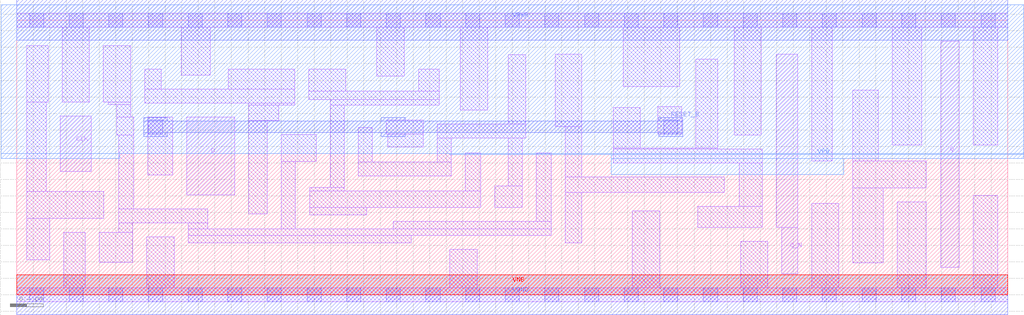
<source format=lef>
# Copyright 2020 The SkyWater PDK Authors
#
# Licensed under the Apache License, Version 2.0 (the "License");
# you may not use this file except in compliance with the License.
# You may obtain a copy of the License at
#
#     https://www.apache.org/licenses/LICENSE-2.0
#
# Unless required by applicable law or agreed to in writing, software
# distributed under the License is distributed on an "AS IS" BASIS,
# WITHOUT WARRANTIES OR CONDITIONS OF ANY KIND, either express or implied.
# See the License for the specific language governing permissions and
# limitations under the License.
#
# SPDX-License-Identifier: Apache-2.0

VERSION 5.7 ;
  NOWIREEXTENSIONATPIN ON ;
  DIVIDERCHAR "/" ;
  BUSBITCHARS "[]" ;
MACRO sky130_fd_sc_lp__dfrbp_2
  CLASS CORE ;
  FOREIGN sky130_fd_sc_lp__dfrbp_2 ;
  ORIGIN  0.000000  0.000000 ;
  SIZE  12.00000 BY  3.330000 ;
  SYMMETRY R90 ;
  SITE unit ;
  PIN D
    ANTENNAGATEAREA  0.126000 ;
    DIRECTION INPUT ;
    USE SIGNAL ;
    PORT
      LAYER li1 ;
        RECT 2.060000 1.210000 2.640000 2.155000 ;
    END
  END D
  PIN Q
    ANTENNADIFFAREA  0.588000 ;
    DIRECTION OUTPUT ;
    USE SIGNAL ;
    PORT
      LAYER li1 ;
        RECT 11.185000 0.335000 11.410000 3.075000 ;
    END
  END Q
  PIN Q_N
    ANTENNADIFFAREA  0.588000 ;
    DIRECTION OUTPUT ;
    USE SIGNAL ;
    PORT
      LAYER li1 ;
        RECT 9.195000 0.820000 9.455000 2.920000 ;
        RECT 9.265000 0.255000 9.455000 0.820000 ;
    END
  END Q_N
  PIN RESET_B
    ANTENNAGATEAREA  0.378000 ;
    DIRECTION INPUT ;
    USE SIGNAL ;
    PORT
      LAYER met1 ;
        RECT 1.535000 1.920000 1.825000 1.965000 ;
        RECT 1.535000 1.965000 8.065000 2.105000 ;
        RECT 1.535000 2.105000 1.825000 2.150000 ;
        RECT 4.415000 1.920000 4.705000 1.965000 ;
        RECT 4.415000 2.105000 4.705000 2.150000 ;
        RECT 7.775000 1.920000 8.065000 1.965000 ;
        RECT 7.775000 2.105000 8.065000 2.150000 ;
    END
  END RESET_B
  PIN CLK
    ANTENNAGATEAREA  0.159000 ;
    DIRECTION INPUT ;
    USE CLOCK ;
    PORT
      LAYER li1 ;
        RECT 0.525000 1.495000 0.905000 2.165000 ;
    END
  END CLK
  PIN VGND
    DIRECTION INOUT ;
    USE GROUND ;
    PORT
      LAYER met1 ;
        RECT 0.000000 -0.245000 12.000000 0.245000 ;
    END
  END VGND
  PIN VNB
    DIRECTION INOUT ;
    USE GROUND ;
    PORT
      LAYER pwell ;
        RECT 0.000000 0.000000 12.000000 0.245000 ;
    END
  END VNB
  PIN VPB
    DIRECTION INOUT ;
    USE POWER ;
    PORT
      LAYER nwell ;
        RECT -0.190000 1.655000  1.245000 1.715000 ;
        RECT -0.190000 1.715000 12.190000 3.520000 ;
        RECT  5.245000 1.700000 12.190000 1.715000 ;
        RECT  7.200000 1.460000 10.015000 1.655000 ;
        RECT  7.200000 1.655000 12.190000 1.700000 ;
    END
  END VPB
  PIN VPWR
    DIRECTION INOUT ;
    USE POWER ;
    PORT
      LAYER met1 ;
        RECT 0.000000 3.085000 12.000000 3.575000 ;
    END
  END VPWR
  OBS
    LAYER li1 ;
      RECT  0.000000 -0.085000 12.000000 0.085000 ;
      RECT  0.000000  3.245000 12.000000 3.415000 ;
      RECT  0.120000  0.425000  0.400000 0.925000 ;
      RECT  0.120000  0.925000  1.055000 1.255000 ;
      RECT  0.120000  1.255000  0.355000 2.335000 ;
      RECT  0.120000  2.335000  0.380000 3.020000 ;
      RECT  0.550000  2.335000  0.880000 3.245000 ;
      RECT  0.570000  0.085000  0.830000 0.755000 ;
      RECT  1.000000  0.395000  1.405000 0.755000 ;
      RECT  1.050000  2.335000  1.380000 3.020000 ;
      RECT  1.110000  2.305000  1.380000 2.335000 ;
      RECT  1.210000  1.935000  1.415000 2.155000 ;
      RECT  1.210000  2.155000  1.380000 2.305000 ;
      RECT  1.235000  0.755000  1.405000 0.870000 ;
      RECT  1.235000  0.870000  2.315000 1.040000 ;
      RECT  1.235000  1.040000  1.415000 1.935000 ;
      RECT  1.550000  2.325000  3.365000 2.495000 ;
      RECT  1.550000  2.495000  1.750000 2.735000 ;
      RECT  1.575000  0.085000  1.905000 0.700000 ;
      RECT  1.585000  1.450000  1.890000 2.155000 ;
      RECT  1.990000  2.665000  2.340000 3.245000 ;
      RECT  2.075000  0.630000  4.775000 0.720000 ;
      RECT  2.075000  0.720000  6.470000 0.800000 ;
      RECT  2.075000  0.800000  2.315000 0.870000 ;
      RECT  2.560000  2.495000  3.365000 2.735000 ;
      RECT  2.810000  0.980000  3.035000 2.115000 ;
      RECT  2.810000  2.115000  3.170000 2.300000 ;
      RECT  2.810000  2.300000  3.365000 2.325000 ;
      RECT  3.205000  0.800000  3.375000 1.615000 ;
      RECT  3.205000  1.615000  3.625000 1.945000 ;
      RECT  3.535000  2.370000  5.115000 2.470000 ;
      RECT  3.535000  2.470000  3.985000 2.735000 ;
      RECT  3.545000  0.970000  4.235000 1.060000 ;
      RECT  3.545000  1.060000  5.620000 1.260000 ;
      RECT  3.545000  1.260000  3.965000 1.300000 ;
      RECT  3.795000  1.300000  3.965000 2.300000 ;
      RECT  3.795000  2.300000  5.115000 2.370000 ;
      RECT  4.135000  1.440000  5.260000 1.610000 ;
      RECT  4.135000  1.610000  4.305000 2.030000 ;
      RECT  4.360000  2.650000  4.690000 3.245000 ;
      RECT  4.475000  1.950000  4.920000 2.120000 ;
      RECT  4.495000  1.790000  4.920000 1.950000 ;
      RECT  4.560000  0.800000  6.470000 0.890000 ;
      RECT  4.870000  2.470000  5.115000 2.735000 ;
      RECT  5.090000  1.610000  5.260000 1.900000 ;
      RECT  5.090000  1.900000  6.165000 2.070000 ;
      RECT  5.245000  0.085000  5.575000 0.550000 ;
      RECT  5.370000  2.240000  5.700000 3.245000 ;
      RECT  5.430000  1.260000  5.620000 1.720000 ;
      RECT  5.790000  1.060000  6.120000 1.320000 ;
      RECT  5.950000  1.320000  6.120000 1.900000 ;
      RECT  5.950000  2.070000  6.165000 2.910000 ;
      RECT  6.290000  0.890000  6.470000 1.720000 ;
      RECT  6.520000  2.040000  6.840000 2.915000 ;
      RECT  6.640000  0.630000  6.840000 1.240000 ;
      RECT  6.640000  1.240000  8.565000 1.430000 ;
      RECT  6.640000  1.430000  6.840000 2.040000 ;
      RECT  7.220000  1.600000  9.025000 1.770000 ;
      RECT  7.220000  1.770000  8.490000 1.780000 ;
      RECT  7.220000  1.780000  7.550000 2.270000 ;
      RECT  7.345000  2.525000  8.025000 3.245000 ;
      RECT  7.455000  0.085000  7.785000 1.015000 ;
      RECT  7.760000  1.950000  8.050000 2.280000 ;
      RECT  8.220000  1.780000  8.490000 2.855000 ;
      RECT  8.245000  0.820000  9.025000 1.070000 ;
      RECT  8.685000  1.940000  9.015000 3.245000 ;
      RECT  8.745000  1.070000  9.025000 1.600000 ;
      RECT  8.765000  0.085000  9.095000 0.650000 ;
      RECT  9.625000  0.085000  9.955000 1.110000 ;
      RECT  9.625000  1.620000  9.875000 3.245000 ;
      RECT 10.125000  0.385000 10.490000 1.295000 ;
      RECT 10.125000  1.295000 11.015000 1.625000 ;
      RECT 10.125000  1.625000 10.430000 2.485000 ;
      RECT 10.600000  1.815000 10.955000 3.245000 ;
      RECT 10.660000  0.085000 11.015000 1.125000 ;
      RECT 11.580000  0.085000 11.875000 1.205000 ;
      RECT 11.580000  1.815000 11.875000 3.245000 ;
    LAYER mcon ;
      RECT  0.155000 -0.085000  0.325000 0.085000 ;
      RECT  0.155000  3.245000  0.325000 3.415000 ;
      RECT  0.635000 -0.085000  0.805000 0.085000 ;
      RECT  0.635000  3.245000  0.805000 3.415000 ;
      RECT  1.115000 -0.085000  1.285000 0.085000 ;
      RECT  1.115000  3.245000  1.285000 3.415000 ;
      RECT  1.595000 -0.085000  1.765000 0.085000 ;
      RECT  1.595000  1.950000  1.765000 2.120000 ;
      RECT  1.595000  3.245000  1.765000 3.415000 ;
      RECT  2.075000 -0.085000  2.245000 0.085000 ;
      RECT  2.075000  3.245000  2.245000 3.415000 ;
      RECT  2.555000 -0.085000  2.725000 0.085000 ;
      RECT  2.555000  3.245000  2.725000 3.415000 ;
      RECT  3.035000 -0.085000  3.205000 0.085000 ;
      RECT  3.035000  3.245000  3.205000 3.415000 ;
      RECT  3.515000 -0.085000  3.685000 0.085000 ;
      RECT  3.515000  3.245000  3.685000 3.415000 ;
      RECT  3.995000 -0.085000  4.165000 0.085000 ;
      RECT  3.995000  3.245000  4.165000 3.415000 ;
      RECT  4.475000 -0.085000  4.645000 0.085000 ;
      RECT  4.475000  3.245000  4.645000 3.415000 ;
      RECT  4.955000 -0.085000  5.125000 0.085000 ;
      RECT  4.955000  3.245000  5.125000 3.415000 ;
      RECT  5.435000 -0.085000  5.605000 0.085000 ;
      RECT  5.435000  3.245000  5.605000 3.415000 ;
      RECT  5.915000 -0.085000  6.085000 0.085000 ;
      RECT  5.915000  3.245000  6.085000 3.415000 ;
      RECT  6.395000 -0.085000  6.565000 0.085000 ;
      RECT  6.395000  3.245000  6.565000 3.415000 ;
      RECT  6.875000 -0.085000  7.045000 0.085000 ;
      RECT  6.875000  3.245000  7.045000 3.415000 ;
      RECT  7.355000 -0.085000  7.525000 0.085000 ;
      RECT  7.355000  3.245000  7.525000 3.415000 ;
      RECT  7.835000 -0.085000  8.005000 0.085000 ;
      RECT  7.835000  1.950000  8.005000 2.120000 ;
      RECT  7.835000  3.245000  8.005000 3.415000 ;
      RECT  8.315000 -0.085000  8.485000 0.085000 ;
      RECT  8.315000  3.245000  8.485000 3.415000 ;
      RECT  8.795000 -0.085000  8.965000 0.085000 ;
      RECT  8.795000  3.245000  8.965000 3.415000 ;
      RECT  9.275000 -0.085000  9.445000 0.085000 ;
      RECT  9.275000  3.245000  9.445000 3.415000 ;
      RECT  9.755000 -0.085000  9.925000 0.085000 ;
      RECT  9.755000  3.245000  9.925000 3.415000 ;
      RECT 10.235000 -0.085000 10.405000 0.085000 ;
      RECT 10.235000  3.245000 10.405000 3.415000 ;
      RECT 10.715000 -0.085000 10.885000 0.085000 ;
      RECT 10.715000  3.245000 10.885000 3.415000 ;
      RECT 11.195000 -0.085000 11.365000 0.085000 ;
      RECT 11.195000  3.245000 11.365000 3.415000 ;
      RECT 11.675000 -0.085000 11.845000 0.085000 ;
      RECT 11.675000  3.245000 11.845000 3.415000 ;
  END
END sky130_fd_sc_lp__dfrbp_2
END LIBRARY

</source>
